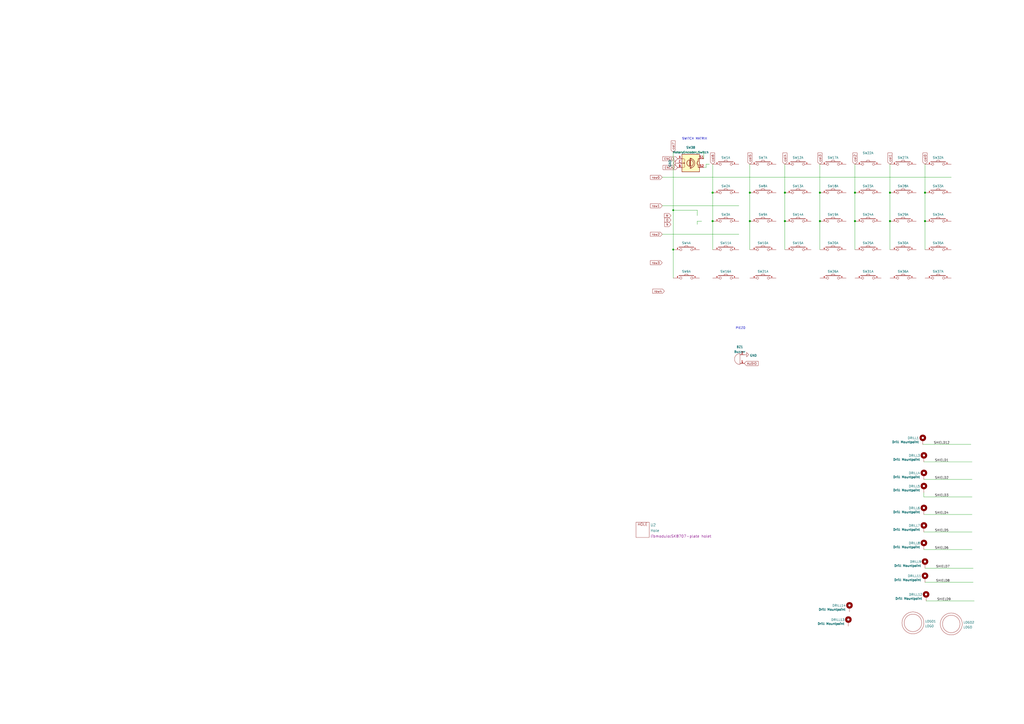
<source format=kicad_sch>
(kicad_sch (version 20211123) (generator eeschema)
  (paper "A2")
  (lib_symbols
    (symbol "Buzzard:Hole" (pin_names (offset 1.016))
      (property "Reference" "U" (at 0 0 0))
      (property "Value" "Hole" (at 0 -5.08 0))
      (symbol "Hole_0_0"
        (text "HOLE" (at 0 3.81 0) (effects (font (size 1.524 1.524))))
      )
      (symbol "Hole_0_1"
        (rectangle (start 3.81 5.08) (end -3.81 -3.81))
      )
    )
    (symbol "Device:Buzzer" (pin_names (offset 0.0254) hide)
      (property "Reference" "BZ" (at 3.81 1.27 0))
      (property "Value" "Buzzer" (at 3.81 -1.27 0))
      (symbol "Buzzer_0_1"
        (arc (start 0 -3.175) (mid 3.175 0) (end 0 3.175))
        (polyline (pts (xy -1.651 1.905) (xy -1.143 1.905)))
        (polyline (pts (xy -1.397 2.159) (xy -1.397 1.651)))
        (polyline (pts (xy 0 3.175) (xy 0 -3.175)))
      )
      (symbol "Buzzer_1_1"
        (pin passive line (at -2.54 2.54 0) (length 2.54) (name "-") (number "1"))
        (pin passive line (at -2.54 -2.54 0) (length 2.54) (name "+") (number "2"))
      )
    )
    (symbol "Device:RotaryEncoder_Switch" (pin_names (offset 0.254) hide)
      (property "Reference" "SW" (at 0 6.604 0))
      (property "Value" "RotaryEncoder_Switch" (at 0 -6.604 0))
      (symbol "RotaryEncoder_Switch_0_1"
        (rectangle (start -5.08 5.08) (end 5.08 -5.08) (stroke (width 0.254)) (fill (type background)))
        (circle (center -3.81 0) (radius 0.254) (fill (type outline)))
        (arc (start -0.381 -2.794) (mid 2.3622 -0.0635) (end -0.381 2.667) (stroke (width 0.254)))
        (circle (center -0.381 0) (radius 1.905) (stroke (width 0.254)))
        (polyline (pts (xy -0.635 -1.778) (xy -0.635 1.778)) (stroke (width 0.254)))
        (polyline (pts (xy -0.381 -1.778) (xy -0.381 1.778)) (stroke (width 0.254)))
        (polyline (pts (xy -0.127 1.778) (xy -0.127 -1.778)) (stroke (width 0.254)))
        (polyline (pts (xy 3.81 0) (xy 3.429 0)) (stroke (width 0.254)))
        (polyline (pts (xy 3.81 1.016) (xy 3.81 -1.016)) (stroke (width 0.254)))
        (polyline (pts (xy -5.08 -2.54) (xy -3.81 -2.54) (xy -3.81 -2.032)))
        (polyline (pts (xy -5.08 2.54) (xy -3.81 2.54) (xy -3.81 2.032)))
        (polyline (pts (xy 0.254 -3.048) (xy -0.508 -2.794) (xy 0.127 -2.413)) (stroke (width 0.254)))
        (polyline (pts (xy 0.254 2.921) (xy -0.508 2.667) (xy 0.127 2.286)) (stroke (width 0.254)))
        (polyline (pts (xy 5.08 -2.54) (xy 4.318 -2.54) (xy 4.318 -1.016)) (stroke (width 0.254)))
        (polyline (pts (xy 5.08 2.54) (xy 4.318 2.54) (xy 4.318 1.016)) (stroke (width 0.254)))
        (polyline (pts (xy -5.08 0) (xy -3.81 0) (xy -3.81 -1.016) (xy -3.302 -2.032)))
        (polyline (pts (xy -4.318 0) (xy -3.81 0) (xy -3.81 1.016) (xy -3.302 2.032)))
        (circle (center 4.318 -1.016) (radius 0.127) (stroke (width 0.254)))
        (circle (center 4.318 1.016) (radius 0.127) (stroke (width 0.254)))
      )
      (symbol "RotaryEncoder_Switch_1_1"
        (pin passive line (at -7.62 2.54 0) (length 2.54) (name "A") (number "A"))
        (pin passive line (at -7.62 -2.54 0) (length 2.54) (name "B") (number "B"))
        (pin passive line (at -7.62 0 0) (length 2.54) (name "C") (number "C"))
        (pin passive line (at 7.62 2.54 180) (length 2.54) (name "S1") (number "S1"))
        (pin passive line (at 7.62 -2.54 180) (length 2.54) (name "S2") (number "S2"))
      )
    )
    (symbol "Mechanical:MountingHole_Pad" (pin_numbers hide) (pin_names (offset 1.016) hide)
      (property "Reference" "H" (at 0 6.35 0))
      (property "Value" "MountingHole_Pad" (at 0 4.445 0))
      (symbol "MountingHole_Pad_0_1"
        (circle (center 0 1.27) (radius 1.27) (stroke (width 1.27)))
      )
      (symbol "MountingHole_Pad_1_1"
        (pin input line (at 0 -2.54 90) (length 2.54) (name "1") (number "1"))
      )
    )
    (symbol "SofleKeyboard:SW_PUSH_LED" (pin_names (offset 1.016))
      (property "Reference" "SW?" (at 0 0 0))
      (property "Value" "SW_PUSH_LED" (at 0 -5.08 0))
      (symbol "SW_PUSH_LED_1_1"
        (rectangle (start -4.318 1.27) (end 4.318 1.524))
        (polyline (pts (xy -1.016 1.524) (xy -0.762 2.286) (xy 0.762 2.286) (xy 1.016 1.524)))
        (pin passive inverted (at 7.62 0 180) (length 5.08) (name "~") (number "5"))
        (pin passive inverted (at -7.62 0 0) (length 5.08) (name "~") (number "6"))
      )
      (symbol "SW_PUSH_LED_2_0"
        (text "SK6812 MINI-E" (at 0 -1.27 0) (effects (font (size 0.4064 0.4064))))
      )
      (symbol "SW_PUSH_LED_2_1"
        (rectangle (start 3.81 -3.81) (end -3.81 3.81) (fill (type background)))
        (pin power_in line (at -5.08 2.54 0) (length 1.27) hide (name "VDD") (number "1"))
        (pin output line (at -5.08 -2.54 0) (length 1.27) (name "DOUT") (number "2"))
        (pin power_in line (at 5.08 -2.54 180) (length 1.27) hide (name "GND") (number "3"))
        (pin input line (at 5.08 2.54 180) (length 1.27) (name "DIN") (number "4"))
      )
    )
    (symbol "horizon-components:Logo" (pin_names (offset 1.016))
      (property "Reference" "LOGO" (at 0 -1.27 0))
      (property "Value" "Logo" (at 0 1.27 0))
      (symbol "Logo_0_1"
        (circle (center 0 0) (radius 5.08))
        (circle (center 0 0) (radius 6.35))
      )
    )
    (symbol "power:GND" (power) (pin_names (offset 0))
      (property "Value" "GND" (at 0 -3.81 0))
      (symbol "GND_0_1"
        (polyline (pts (xy 0 0) (xy 0 -1.27) (xy 1.27 -1.27) (xy 0 -2.54) (xy -1.27 -1.27) (xy 0 -1.27)))
      )
      (symbol "GND_1_1"
        (pin power_in line (at 0 0 270) (length 0) hide (name "GND") (number "1"))
      )
    )
  )
  (junction (at 475.615 128.27) (diameter 1.016))
  (junction (at 455.295 128.27) (diameter 1.016))
  (junction (at 390.525 144.78))
  (junction (at 390.525 121.92))
  (junction (at 455.295 111.76) (diameter 1.016))
  (junction (at 434.975 128.27) (diameter 1.016))
  (junction (at 434.975 111.76) (diameter 1.016))
  (junction (at 516.255 111.76) (diameter 1.016))
  (junction (at 516.255 128.27) (diameter 1.016))
  (junction (at 413.385 128.27) (diameter 1.016))
  (junction (at 495.935 128.27) (diameter 1.016))
  (junction (at 475.615 111.76) (diameter 1.016))
  (junction (at 413.385 111.76) (diameter 1.016))
  (junction (at 536.575 128.27) (diameter 1.016))
  (junction (at 495.935 111.76) (diameter 1.016))
  (junction (at 536.575 111.76) (diameter 1.016))
  (wire (pts (xy 535.94 267.97) (xy 563.88 267.97)))
  (wire (pts (xy 535.94 308.61) (xy 563.88 308.61)))
  (wire (pts (xy 495.935 95.25) (xy 495.935 111.76)))
  (wire (pts (xy 409.575 95.25) (xy 409.575 97.155)))
  (wire (pts (xy 516.255 95.25) (xy 516.255 111.76)))
  (wire (pts (xy 536.575 329.565) (xy 564.515 329.565)))
  (wire (pts (xy 535.94 298.45) (xy 563.88 298.45)))
  (wire (pts (xy 390.525 121.92) (xy 390.525 144.78)))
  (wire (pts (xy 535.94 288.29) (xy 563.88 288.29)))
  (wire (pts (xy 434.975 95.25) (xy 434.975 111.76)))
  (wire (pts (xy 408.305 97.155) (xy 409.575 97.155)))
  (wire (pts (xy 404.495 130.175) (xy 404.495 128.27)))
  (wire (pts (xy 408.305 92.075) (xy 408.305 88.265)))
  (wire (pts (xy 409.575 95.25) (xy 411.48 95.25)))
  (wire (pts (xy 404.495 128.27) (xy 407.035 128.27)))
  (wire (pts (xy 475.615 111.76) (xy 475.615 128.27)))
  (wire (pts (xy 536.575 128.27) (xy 536.575 144.78)))
  (wire (pts (xy 455.295 128.27) (xy 455.295 144.78)))
  (wire (pts (xy 516.255 111.76) (xy 516.255 128.27)))
  (wire (pts (xy 475.615 128.27) (xy 475.615 144.78)))
  (wire (pts (xy 495.935 111.76) (xy 495.935 128.27)))
  (wire (pts (xy 434.975 128.27) (xy 434.975 144.78)))
  (wire (pts (xy 384.175 102.87) (xy 551.815 102.87)))
  (wire (pts (xy 535.94 318.77) (xy 563.88 318.77)))
  (wire (pts (xy 536.575 111.76) (xy 536.575 95.25)))
  (wire (pts (xy 413.385 111.76) (xy 413.385 128.27)))
  (wire (pts (xy 390.525 88.265) (xy 408.305 88.265)))
  (wire (pts (xy 413.385 128.27) (xy 413.385 144.78)))
  (wire (pts (xy 413.385 95.25) (xy 413.385 111.76)))
  (wire (pts (xy 390.525 144.78) (xy 390.525 161.29)))
  (wire (pts (xy 404.495 125.095) (xy 404.495 121.92)))
  (wire (pts (xy 535.305 257.81) (xy 563.245 257.81)))
  (wire (pts (xy 390.525 88.265) (xy 390.525 121.92)))
  (wire (pts (xy 535.94 285.75) (xy 535.94 288.29)))
  (wire (pts (xy 384.175 119.38) (xy 428.625 119.38)))
  (wire (pts (xy 475.615 95.25) (xy 475.615 111.76)))
  (wire (pts (xy 537.21 348.615) (xy 565.15 348.615)))
  (wire (pts (xy 434.975 111.76) (xy 434.975 128.27)))
  (wire (pts (xy 535.94 278.13) (xy 563.88 278.13)))
  (wire (pts (xy 536.575 337.82) (xy 564.515 337.82)))
  (wire (pts (xy 455.295 95.25) (xy 455.295 111.76)))
  (wire (pts (xy 495.935 128.27) (xy 495.935 144.78)))
  (wire (pts (xy 536.575 128.27) (xy 536.575 111.76)))
  (wire (pts (xy 455.295 111.76) (xy 455.295 128.27)))
  (wire (pts (xy 390.525 121.92) (xy 404.495 121.92)))
  (wire (pts (xy 516.255 144.78) (xy 516.255 128.27)))
  (wire (pts (xy 384.175 135.89) (xy 428.625 135.89)))
  (text "SWITCH MATRIX\n" (at 395.605 81.28 0) (effects (font (size 1.27 1.27)) (justify left bottom)))
  (text "PIEZO\n" (at 426.72 191.135 0) (effects (font (size 1.27 1.27)) (justify left bottom)))
  (label "SHIELD7" (at 542.925 329.565 0))
  (label "SHIELD4" (at 542.29 298.45 0))
  (label "SHIELD3" (at 542.29 288.29 0))
  (label "SHIELD8" (at 542.925 337.82 0))
  (label "SHIELD1" (at 542.29 267.97 0))
  (label "SHIELD9" (at 543.56 348.615 0))
  (label "SHIELD12" (at 541.655 257.81 0))
  (label "SHIELD5" (at 542.29 308.61 0))
  (label "SHIELD2" (at 542.29 278.13 0))
  (label "SHIELD6" (at 542.29 318.77 0))
  (global_label "col1" (shape input) (at 516.255 95.25 90) (property "Intersheet References" "${INTERSHEET_REFS}" (effects hide)))
  (global_label "M" (shape input) (at 389.255 125.095 180) (property "Intersheet References" "${INTERSHEET_REFS}" (effects hide)))
  (global_label "row0" (shape input) (at 384.175 102.87 180) (property "Intersheet References" "${INTERSHEET_REFS}" (effects hide)))
  (global_label "col4" (shape input) (at 455.295 95.25 90) (property "Intersheet References" "${INTERSHEET_REFS}" (effects hide)))
  (global_label "row3" (shape input) (at 384.175 152.4 180) (property "Intersheet References" "${INTERSHEET_REFS}" (effects hide)))
  (global_label "row1" (shape input) (at 384.175 119.38 180) (property "Intersheet References" "${INTERSHEET_REFS}" (effects hide)))
  (global_label "N" (shape input) (at 389.255 130.175 180) (property "Intersheet References" "${INTERSHEET_REFS}" (effects hide)))
  (global_label "O" (shape input) (at 389.255 127.635 180) (property "Intersheet References" "${INTERSHEET_REFS}" (effects hide)))
  (global_label "col6" (shape input) (at 413.385 95.25 90) (property "Intersheet References" "${INTERSHEET_REFS}" (effects hide)))
  (global_label "col7" (shape input) (at 390.525 88.265 90) (property "Intersheet References" "${INTERSHEET_REFS}" (effects hide)))
  (global_label "row4" (shape input) (at 385.445 168.91 180) (property "Intersheet References" "${INTERSHEET_REFS}" (effects hide)))
  (global_label "AUDIO" (shape input) (at 431.8 210.82 0) (property "Intersheet References" "${INTERSHEET_REFS}" (effects hide)))
  (global_label "ENCA2" (shape input) (at 393.065 97.155 180) (property "Intersheet References" "${INTERSHEET_REFS}" (effects hide)))
  (global_label "col2" (shape input) (at 495.935 95.25 90) (property "Intersheet References" "${INTERSHEET_REFS}" (effects hide)))
  (global_label "row2" (shape input) (at 384.175 135.89 180) (property "Intersheet References" "${INTERSHEET_REFS}" (effects hide)))
  (global_label "ENCC1" (shape input) (at 393.065 92.075 180) (property "Intersheet References" "${INTERSHEET_REFS}" (effects hide)))
  (global_label "col5" (shape input) (at 434.975 95.25 90) (property "Intersheet References" "${INTERSHEET_REFS}" (effects hide)))
  (global_label "col0" (shape input) (at 536.575 95.25 90) (property "Intersheet References" "${INTERSHEET_REFS}" (effects hide)))
  (global_label "col3" (shape input) (at 475.615 95.25 90) (property "Intersheet References" "${INTERSHEET_REFS}" (effects hide)))
  (symbol (lib_id "SofleKeyboard:SW_PUSH_LED") (at 421.005 95.25 0) (unit 1)
    (property "Reference" "SW1" (at 421.005 91.44 0))
    (property "Value" "SW_PUSH_LED" (effects hide))
    (property "Footprint" "Keebio-Parts:MX-Alps_Switch_Cutout" (effects hide))
  )
  (symbol (lib_id "SofleKeyboard:SW_PUSH_LED") (at 523.875 144.78 0) (unit 1)
    (property "Reference" "SW30" (at 523.875 140.97 0))
    (property "Value" "SW_PUSH_LED" (effects hide))
    (property "Footprint" "Keebio-Parts:MX-Alps_Switch_Cutout" (effects hide))
  )
  (symbol (lib_id "Device:RotaryEncoder_Switch") (at 400.685 94.615 0) (unit 1)
    (property "Reference" "SW38" (at 400.685 85.5685 0))
    (property "Value" "RotaryEncoder_Switch" (at 400.685 88.3436 0))
    (property "Footprint" "reversible-kicad-footprints:MX-1U-EC11_Switch_Cutout" (effects hide))
  )
  (symbol (lib_id "SofleKeyboard:SW_PUSH_LED") (at 503.555 111.76 0) (unit 1)
    (property "Reference" "SW23" (at 503.555 107.95 0))
    (property "Value" "SW_PUSH_LED" (effects hide))
    (property "Footprint" "Keebio-Parts:MX-Alps_Switch_Cutout" (effects hide))
  )
  (symbol (lib_id "SofleKeyboard:SW_PUSH_LED") (at 421.005 161.29 0) (unit 1)
    (property "Reference" "SW16" (at 421.005 157.48 0))
    (property "Value" "SW_PUSH_LED" (effects hide))
    (property "Footprint" "Keebio-Parts:MX-Alps_Switch_Cutout" (effects hide))
  )
  (symbol (lib_id "SofleKeyboard:SW_PUSH_LED") (at 462.915 128.27 0) (unit 1)
    (property "Reference" "SW14" (at 462.915 124.46 0))
    (property "Value" "SW_PUSH_LED" (effects hide))
    (property "Footprint" "Keebio-Parts:MX-Alps_Switch_Cutout" (effects hide))
  )
  (symbol (lib_id "SofleKeyboard:SW_PUSH_LED") (at 442.595 128.27 0) (unit 1)
    (property "Reference" "SW9" (at 442.595 124.46 0))
    (property "Value" "SW_PUSH_LED" (effects hide))
    (property "Footprint" "Keebio-Parts:MX-Alps_Switch_Cutout" (effects hide))
  )
  (symbol (lib_id "SofleKeyboard:SW_PUSH_LED") (at 483.235 111.76 0) (unit 1)
    (property "Reference" "SW18" (at 483.235 107.95 0))
    (property "Value" "SW_PUSH_LED" (effects hide))
    (property "Footprint" "Keebio-Parts:MX-Alps_Switch_Cutout" (effects hide))
  )
  (symbol (lib_id "SofleKeyboard:SW_PUSH_LED") (at 544.195 144.78 0) (unit 1)
    (property "Reference" "SW35" (at 544.195 140.97 0))
    (property "Value" "SW_PUSH_LED" (effects hide))
    (property "Footprint" "Keebio-Parts:MX-Alps_Switch_Cutout" (effects hide))
  )
  (symbol (lib_id "SofleKeyboard:SW_PUSH_LED") (at 398.145 144.78 0) (unit 1)
    (property "Reference" "SW4" (at 398.145 140.97 0))
    (property "Value" "SW_PUSH_LED" (effects hide))
    (property "Footprint" "Keebio-Parts:MX-Alps_Switch_Cutout" (effects hide))
  )
  (symbol (lib_id "Mechanical:MountingHole_Pad") (at 536.575 335.28 0) (mirror y) (unit 1)
    (property "Reference" "DRILL11" (at 534.416 334.1116 0) (effects (justify left)))
    (property "Value" "Drill Mountpoint" (at 534.416 336.423 0) (effects (font bold) (justify left)))
    (property "Footprint" "DjinnFootprints:MountingHole_3.2mm_M3_Pad_Via" (effects hide))
  )
  (symbol (lib_id "SofleKeyboard:SW_PUSH_LED") (at 544.195 161.29 0) (unit 1)
    (property "Reference" "SW37" (at 544.195 157.48 0))
    (property "Value" "SW_PUSH_LED" (effects hide))
    (property "Footprint" "Keebio-Parts:MX-Alps_Switch_Cutout" (effects hide))
  )
  (symbol (lib_id "SofleKeyboard:SW_PUSH_LED") (at 483.235 128.27 0) (unit 1)
    (property "Reference" "SW19" (at 483.235 124.46 0))
    (property "Value" "SW_PUSH_LED" (effects hide))
    (property "Footprint" "Keebio-Parts:MX-Alps_Switch_Cutout" (effects hide))
  )
  (symbol (lib_id "SofleKeyboard:SW_PUSH_LED") (at 462.915 95.25 0) (unit 1)
    (property "Reference" "SW12" (at 462.915 91.44 0))
    (property "Value" "SW_PUSH_LED" (effects hide))
    (property "Footprint" "Keebio-Parts:MX-Alps_Switch_Cutout" (effects hide))
  )
  (symbol (lib_id "power:GND") (at 431.8 205.74 90) (unit 1)
    (property "Reference" "#PWR021" (effects hide))
    (property "Value" "GND" (at 434.9751 206.219 90) (effects (justify right)))
  )
  (symbol (lib_id "horizon-components:Logo") (at 551.815 361.95 0) (unit 1)
    (property "Reference" "LOGO2" (at 558.8 361.0415 0) (effects (justify left)))
    (property "Value" "LOGO" (at 558.8 363.8166 0) (effects (justify left)))
    (property "Footprint" "LOGO" (effects hide))
  )
  (symbol (lib_id "Mechanical:MountingHole_Pad") (at 535.94 275.59 0) (mirror y) (unit 1)
    (property "Reference" "DRILL4" (at 533.781 274.4216 0) (effects (justify left)))
    (property "Value" "Drill Mountpoint" (at 533.781 276.733 0) (effects (font bold) (justify left)))
    (property "Footprint" "DjinnFootprints:MountingHole_3.2mm_M3_Pad_Via" (effects hide))
  )
  (symbol (lib_id "SofleKeyboard:SW_PUSH_LED") (at 442.595 161.29 0) (unit 1)
    (property "Reference" "SW21" (at 442.595 157.48 0))
    (property "Value" "SW_PUSH_LED" (effects hide))
    (property "Footprint" "Keebio-Parts:MX-Alps_Switch_Cutout" (effects hide))
  )
  (symbol (lib_id "SofleKeyboard:SW_PUSH_LED") (at 523.875 111.76 0) (unit 1)
    (property "Reference" "SW28" (at 523.875 107.95 0))
    (property "Value" "SW_PUSH_LED" (effects hide))
    (property "Footprint" "Keebio-Parts:MX-Alps_Switch_Cutout" (effects hide))
  )
  (symbol (lib_id "SofleKeyboard:SW_PUSH_LED") (at 544.195 95.25 0) (unit 1)
    (property "Reference" "SW32" (at 544.195 91.44 0))
    (property "Value" "SW_PUSH_LED" (effects hide))
    (property "Footprint" "Keebio-Parts:MX-Alps_Switch_Cutout" (effects hide))
  )
  (symbol (lib_id "SofleKeyboard:SW_PUSH_LED") (at 523.875 95.25 0) (unit 1)
    (property "Reference" "SW27" (at 523.875 91.44 0))
    (property "Value" "SW_PUSH_LED" (effects hide))
    (property "Footprint" "Keebio-Parts:MX-Alps_Switch_Cutout" (effects hide))
  )
  (symbol (lib_id "horizon-components:Logo") (at 529.59 361.315 0) (unit 1)
    (property "Reference" "LOGO1" (at 536.575 360.4065 0) (effects (justify left)))
    (property "Value" "LOGO" (at 536.575 363.1816 0) (effects (justify left)))
    (property "Footprint" "LOGO" (effects hide))
  )
  (symbol (lib_id "Mechanical:MountingHole_Pad") (at 536.575 327.025 0) (mirror y) (unit 1)
    (property "Reference" "DRILL9" (at 534.416 325.8566 0) (effects (justify left)))
    (property "Value" "Drill Mountpoint" (at 534.416 328.168 0) (effects (font bold) (justify left)))
    (property "Footprint" "DjinnFootprints:MountingHole_3.2mm_M3_Pad_Via" (effects hide))
  )
  (symbol (lib_id "SofleKeyboard:SW_PUSH_LED") (at 483.235 95.25 0) (unit 1)
    (property "Reference" "SW17" (at 483.235 91.44 0))
    (property "Value" "SW_PUSH_LED" (effects hide))
    (property "Footprint" "Keebio-Parts:MX-Alps_Switch_Cutout" (effects hide))
  )
  (symbol (lib_id "SofleKeyboard:SW_PUSH_LED") (at 421.005 144.78 0) (unit 1)
    (property "Reference" "SW11" (at 421.005 140.97 0))
    (property "Value" "SW_PUSH_LED" (effects hide))
    (property "Footprint" "Keebio-Parts:MX-Alps_Switch_Cutout" (effects hide))
  )
  (symbol (lib_id "SofleKeyboard:SW_PUSH_LED") (at 503.555 95.25 0) (unit 1)
    (property "Reference" "SW22" (at 503.555 88.773 0))
    (property "Value" "SW_PUSH_LED" (effects hide))
    (property "Footprint" "Keebio-Parts:MX-Alps_Switch_Cutout" (effects hide))
  )
  (symbol (lib_id "SofleKeyboard:SW_PUSH_LED") (at 398.145 161.29 0) (unit 1)
    (property "Reference" "SW6" (at 398.145 157.48 0))
    (property "Value" "SW_PUSH_LED" (effects hide))
    (property "Footprint" "Keebio-Parts:MX-Alps_Switch_Cutout" (effects hide))
  )
  (symbol (lib_id "SofleKeyboard:SW_PUSH_LED") (at 442.595 144.78 0) (unit 1)
    (property "Reference" "SW10" (at 442.595 140.97 0))
    (property "Value" "SW_PUSH_LED" (effects hide))
    (property "Footprint" "Keebio-Parts:MX-Alps_Switch_Cutout" (effects hide))
  )
  (symbol (lib_id "SofleKeyboard:SW_PUSH_LED") (at 442.595 111.76 0) (unit 1)
    (property "Reference" "SW8" (at 442.595 107.95 0))
    (property "Value" "SW_PUSH_LED" (effects hide))
    (property "Footprint" "Keebio-Parts:MX-Alps_Switch_Cutout" (effects hide))
  )
  (symbol (lib_id "SofleKeyboard:SW_PUSH_LED") (at 421.005 128.27 0) (unit 1)
    (property "Reference" "SW3" (at 421.005 124.46 0))
    (property "Value" "SW_PUSH_LED" (effects hide))
    (property "Footprint" "Keebio-Parts:MX-Alps_Switch_Cutout" (effects hide))
  )
  (symbol (lib_id "SofleKeyboard:SW_PUSH_LED") (at 462.915 144.78 0) (unit 1)
    (property "Reference" "SW15" (at 462.915 140.97 0))
    (property "Value" "SW_PUSH_LED" (effects hide))
    (property "Footprint" "Keebio-Parts:MX-Alps_Switch_Cutout" (effects hide))
  )
  (symbol (lib_id "SofleKeyboard:SW_PUSH_LED") (at 442.595 95.25 0) (unit 1)
    (property "Reference" "SW7" (at 442.595 91.44 0))
    (property "Value" "SW_PUSH_LED" (effects hide))
    (property "Footprint" "Keebio-Parts:MX-Alps_Switch_Cutout" (effects hide))
  )
  (symbol (lib_id "SofleKeyboard:SW_PUSH_LED") (at 462.915 111.76 0) (unit 1)
    (property "Reference" "SW13" (at 462.915 107.95 0))
    (property "Value" "SW_PUSH_LED" (effects hide))
    (property "Footprint" "Keebio-Parts:MX-Alps_Switch_Cutout" (effects hide))
  )
  (symbol (lib_id "Mechanical:MountingHole_Pad") (at 492.76 352.425 0) (mirror y) (unit 1)
    (property "Reference" "DRILL14" (at 490.601 351.2566 0) (effects (justify left)))
    (property "Value" "Drill Mountpoint" (at 490.601 353.568 0) (effects (font bold) (justify left)))
    (property "Footprint" "MountingHole:MountingHole_3.2mm_M3_Pad_Via" (effects hide))
  )
  (symbol (lib_id "power:GND") (at 393.065 94.615 270) (unit 1)
    (property "Reference" "#PWR0140" (effects hide))
    (property "Value" "GND" (at 388.6708 94.742 0))
  )
  (symbol (lib_id "Mechanical:MountingHole_Pad") (at 535.94 316.23 0) (mirror y) (unit 1)
    (property "Reference" "DRILL8" (at 533.781 315.0616 0) (effects (justify left)))
    (property "Value" "Drill Mountpoint" (at 533.781 317.373 0) (effects (font bold) (justify left)))
    (property "Footprint" "DjinnFootprints:MountingHole_3.2mm_M3_Pad_Via" (effects hide))
  )
  (symbol (lib_id "SofleKeyboard:SW_PUSH_LED") (at 483.235 161.29 0) (unit 1)
    (property "Reference" "SW26" (at 483.235 157.48 0))
    (property "Value" "SW_PUSH_LED" (effects hide))
    (property "Footprint" "Keebio-Parts:MX-Alps_Switch_Cutout" (effects hide))
  )
  (symbol (lib_id "Mechanical:MountingHole_Pad") (at 492.125 360.68 0) (mirror y) (unit 1)
    (property "Reference" "DRILL13" (at 489.966 359.5116 0) (effects (justify left)))
    (property "Value" "Drill Mountpoint" (at 489.966 361.823 0) (effects (font bold) (justify left)))
    (property "Footprint" "MountingHole:MountingHole_3.2mm_M3_Pad_Via" (effects hide))
  )
  (symbol (lib_id "Mechanical:MountingHole_Pad") (at 535.94 306.07 0) (mirror y) (unit 1)
    (property "Reference" "DRILL7" (at 533.781 304.9016 0) (effects (justify left)))
    (property "Value" "Drill Mountpoint" (at 533.781 307.213 0) (effects (font bold) (justify left)))
    (property "Footprint" "DjinnFootprints:MountingHole_3.2mm_M3_Pad_Via" (effects hide))
  )
  (symbol (lib_id "SofleKeyboard:SW_PUSH_LED") (at 523.875 161.29 0) (unit 1)
    (property "Reference" "SW36" (at 523.875 157.48 0))
    (property "Value" "SW_PUSH_LED" (effects hide))
    (property "Footprint" "Keebio-Parts:MX-Alps_Switch_Cutout" (effects hide))
  )
  (symbol (lib_id "Mechanical:MountingHole_Pad") (at 535.305 255.27 0) (mirror y) (unit 1)
    (property "Reference" "DRILL1" (at 533.146 254.1016 0) (effects (justify left)))
    (property "Value" "Drill Mountpoint" (at 533.146 256.413 0) (effects (font bold) (justify left)))
    (property "Footprint" "DjinnFootprints:MountingHole_3.2mm_M3_Pad_Via" (effects hide))
  )
  (symbol (lib_id "Device:Buzzer") (at 429.26 208.28 180) (unit 1)
    (property "Reference" "BZ1" (at 429.133 201.2654 0))
    (property "Value" "Buzzer" (at 429.133 204.0405 0))
    (property "Footprint" "DjinnFootprints:Speaker_Holes" (effects hide))
    (property "LCSC" "C201041" (effects hide))
  )
  (symbol (lib_id "SofleKeyboard:SW_PUSH_LED") (at 503.555 144.78 0) (unit 1)
    (property "Reference" "SW25" (at 503.555 140.97 0))
    (property "Value" "SW_PUSH_LED" (effects hide))
    (property "Footprint" "Keebio-Parts:MX-Alps_Switch_Cutout" (effects hide))
  )
  (symbol (lib_id "SofleKeyboard:SW_PUSH_LED") (at 523.875 128.27 0) (unit 1)
    (property "Reference" "SW29" (at 523.875 124.46 0))
    (property "Value" "SW_PUSH_LED" (effects hide))
    (property "Footprint" "Keebio-Parts:MX-Alps_Switch_Cutout" (effects hide))
  )
  (symbol (lib_id "SofleKeyboard:SW_PUSH_LED") (at 544.195 128.27 0) (unit 1)
    (property "Reference" "SW34" (at 544.195 124.46 0))
    (property "Value" "SW_PUSH_LED" (effects hide))
    (property "Footprint" "Keebio-Parts:MX-Alps_Switch_Cutout" (effects hide))
  )
  (symbol (lib_id "SofleKeyboard:SW_PUSH_LED") (at 483.235 144.78 0) (unit 1)
    (property "Reference" "SW20" (at 483.235 140.97 0))
    (property "Value" "SW_PUSH_LED" (effects hide))
    (property "Footprint" "Keebio-Parts:MX-Alps_Switch_Cutout" (effects hide))
  )
  (symbol (lib_id "Mechanical:MountingHole_Pad") (at 535.94 283.21 0) (mirror y) (unit 1)
    (property "Reference" "DRILL5" (at 533.781 282.0416 0) (effects (justify left)))
    (property "Value" "Drill Mountpoint" (at 533.781 284.353 0) (effects (font bold) (justify left)))
    (property "Footprint" "DjinnFootprints:MountingHole_3.2mm_M3_Pad_Via" (effects hide))
  )
  (symbol (lib_id "Mechanical:MountingHole_Pad") (at 535.94 295.91 0) (mirror y) (unit 1)
    (property "Reference" "DRILL6" (at 533.781 294.7416 0) (effects (justify left)))
    (property "Value" "Drill Mountpoint" (at 533.781 297.053 0) (effects (font bold) (justify left)))
    (property "Footprint" "MountingHole:MountingHole_3.2mm_M3_Pad_Via" (effects hide))
  )
  (symbol (lib_id "SofleKeyboard:SW_PUSH_LED") (at 503.555 128.27 0) (unit 1)
    (property "Reference" "SW24" (at 503.555 124.46 0))
    (property "Value" "SW_PUSH_LED" (effects hide))
    (property "Footprint" "Keebio-Parts:MX-Alps_Switch_Cutout" (effects hide))
  )
  (symbol (lib_id "SofleKeyboard:SW_PUSH_LED") (at 503.555 161.29 0) (unit 1)
    (property "Reference" "SW31" (at 503.555 157.48 0))
    (property "Value" "SW_PUSH_LED" (effects hide))
    (property "Footprint" "Keebio-Parts:MX-Alps_Switch_Cutout" (effects hide))
  )
  (symbol (lib_id "Mechanical:MountingHole_Pad") (at 535.94 265.43 0) (mirror y) (unit 1)
    (property "Reference" "DRILL3" (at 533.781 264.2616 0) (effects (justify left)))
    (property "Value" "Drill Mountpoint" (at 533.781 266.573 0) (effects (font bold) (justify left)))
    (property "Footprint" "DjinnFootprints:MountingHole_3.2mm_M3_Pad_Via" (effects hide))
  )
  (symbol (lib_id "SofleKeyboard:SW_PUSH_LED") (at 544.195 111.76 0) (unit 1)
    (property "Reference" "SW33" (at 544.195 107.95 0))
    (property "Value" "SW_PUSH_LED" (effects hide))
    (property "Footprint" "Keebio-Parts:MX-Alps_Switch_Cutout" (effects hide))
  )
  (symbol (lib_id "Mechanical:MountingHole_Pad") (at 537.21 346.075 0) (mirror y) (unit 1)
    (property "Reference" "DRILL12" (at 535.051 344.9066 0) (effects (justify left)))
    (property "Value" "Drill Mountpoint" (at 535.051 347.218 0) (effects (font bold) (justify left)))
    (property "Footprint" "DjinnFootprints:MountingHole_3.2mm_M3_Pad_Via" (effects hide))
  )
  (symbol (lib_id "SofleKeyboard:SW_PUSH_LED") (at 421.005 111.76 0) (unit 1)
    (property "Reference" "SW2" (at 421.005 107.95 0))
    (property "Value" "SW_PUSH_LED" (effects hide))
    (property "Footprint" "Keebio-Parts:MX-Alps_Switch_Cutout" (effects hide))
  )
  (symbol (lib_id "Buzzard:Hole") (at 372.745 307.975 0) (unit 1)
    (property "Reference" "U2" (at 377.19 304.5145 0) (effects (font (size 1.524 1.524)) (justify left)))
    (property "Value" "Hole" (at 377.19 307.7935 0) (effects (font (size 1.524 1.524)) (justify left)))
    (property "Footprint" "libmodulo:SK8707-plate holet" (at 377.19 311.0725 0) (effects (font (size 1.524 1.524)) (justify left)))
  )
)
</source>
